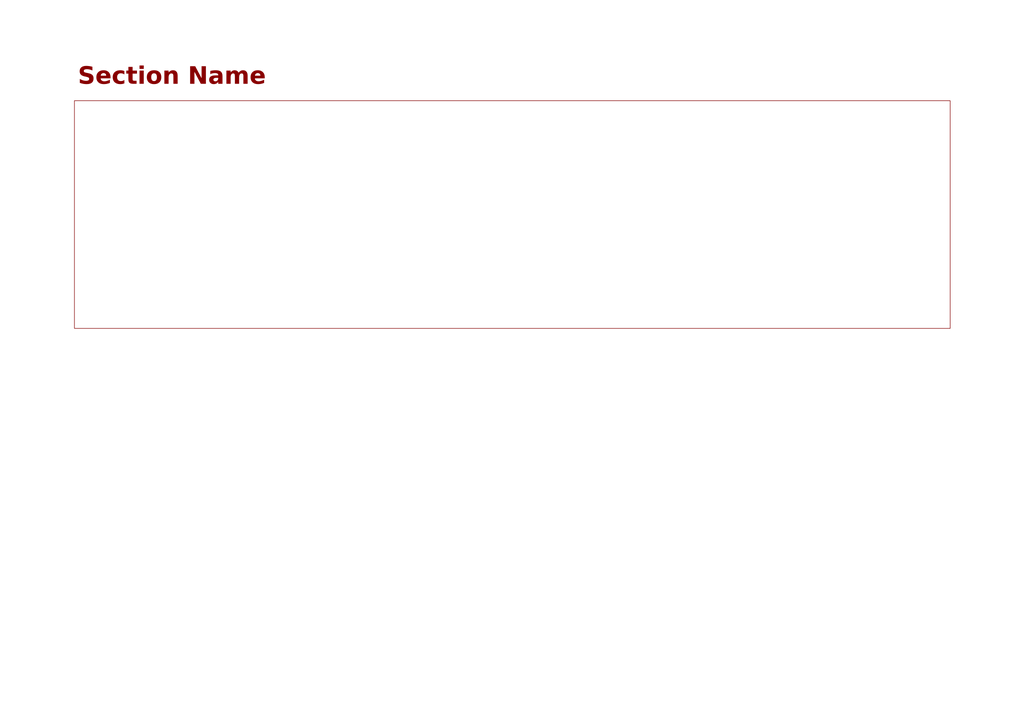
<source format=kicad_sch>
(kicad_sch
	(version 20250114)
	(generator "eeschema")
	(generator_version "9.0")
	(uuid "7ab40a85-baa6-4582-adfb-7f57f0ad2747")
	(paper "A4")
	(title_block
		(date "2025-04-06")
	)
	(lib_symbols)
	(rectangle
		(start 21.59 29.21)
		(end 275.59 95.25)
		(stroke
			(width 0)
			(type solid)
			(color 132 0 0 1)
		)
		(fill
			(type none)
		)
		(uuid 90ac098a-ac1e-4cca-a2fa-8bc99e27ca3d)
	)
	(text "Section Name\n"
		(exclude_from_sim no)
		(at 22.606 26.67 0)
		(effects
			(font
				(face "Agency FB")
				(size 5 5)
				(bold yes)
				(color 132 0 0 1)
			)
			(justify left bottom)
		)
		(uuid "6da933f6-1537-40bd-ba6e-fd29f7868473")
	)
)

</source>
